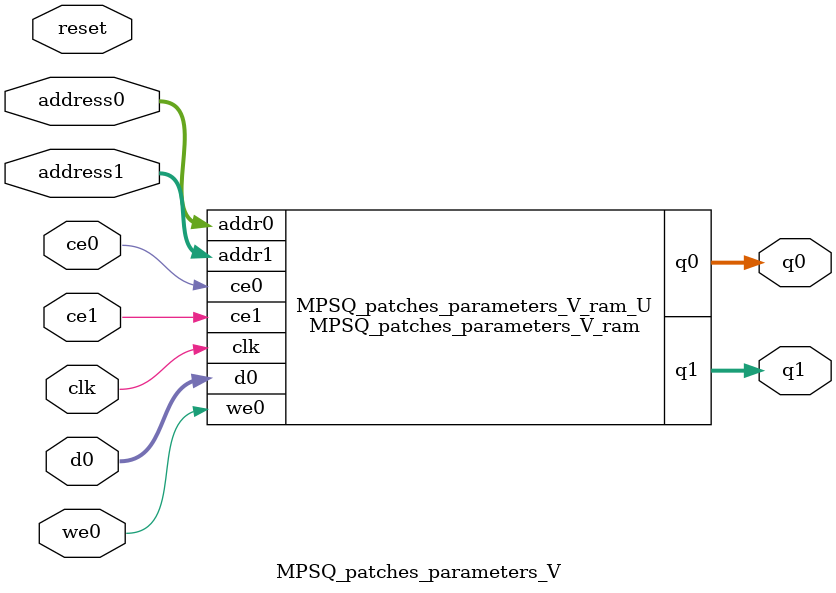
<source format=v>
`timescale 1 ns / 1 ps
module MPSQ_patches_parameters_V_ram (addr0, ce0, d0, we0, q0, addr1, ce1, q1,  clk);

parameter DWIDTH = 32;
parameter AWIDTH = 12;
parameter MEM_SIZE = 3840;

input[AWIDTH-1:0] addr0;
input ce0;
input[DWIDTH-1:0] d0;
input we0;
output reg[DWIDTH-1:0] q0;
input[AWIDTH-1:0] addr1;
input ce1;
output reg[DWIDTH-1:0] q1;
input clk;

reg [DWIDTH-1:0] ram[0:MEM_SIZE-1];




always @(posedge clk)  
begin 
    if (ce0) begin
        if (we0) 
            ram[addr0] <= d0; 
        q0 <= ram[addr0];
    end
end


always @(posedge clk)  
begin 
    if (ce1) begin
        q1 <= ram[addr1];
    end
end


endmodule

`timescale 1 ns / 1 ps
module MPSQ_patches_parameters_V(
    reset,
    clk,
    address0,
    ce0,
    we0,
    d0,
    q0,
    address1,
    ce1,
    q1);

parameter DataWidth = 32'd32;
parameter AddressRange = 32'd3840;
parameter AddressWidth = 32'd12;
input reset;
input clk;
input[AddressWidth - 1:0] address0;
input ce0;
input we0;
input[DataWidth - 1:0] d0;
output[DataWidth - 1:0] q0;
input[AddressWidth - 1:0] address1;
input ce1;
output[DataWidth - 1:0] q1;



MPSQ_patches_parameters_V_ram MPSQ_patches_parameters_V_ram_U(
    .clk( clk ),
    .addr0( address0 ),
    .ce0( ce0 ),
    .we0( we0 ),
    .d0( d0 ),
    .q0( q0 ),
    .addr1( address1 ),
    .ce1( ce1 ),
    .q1( q1 ));

endmodule


</source>
